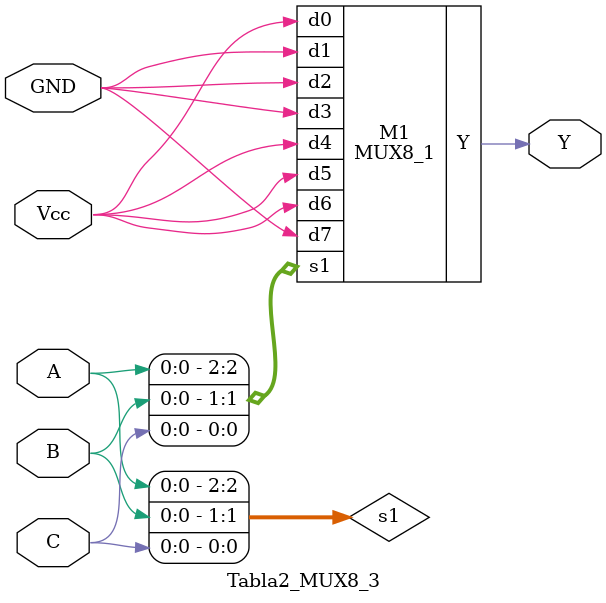
<source format=v>

module MUX2_1(input wire s, d0, d1, output wire Y);
    assign Y = s ? d1 : d0;
endmodule


module MUX4_1(input wire d0, d1, d2, d3, input wire[1:0]s1, output wire Y);
  wire Y1, Y2;

  MUX2_1 M1(s1[0], d0, d1, Y1);
  MUX2_1 M2(s1[0], d2, d3, Y2);
  MUX2_1 M3(s1[1], Y1, Y2, Y);
endmodule


module MUX8_1(input wire d0, d1, d2, d3, d4, d5, d6, d7, input wire [2:0]s1, output wire Y);
  wire Y1, Y2;

  MUX4_1 M1(d0, d1, d2, d3, s1[1:0], Y1);
  MUX4_1 M2(d4, d5, d6, d7, s1[1:0], Y2);
  MUX2_1 M3(s1[2], Y1, Y2, Y);
endmodule


module Tabla1_MUX2_1(input wire A, B, C, output wire Y);
  assign Y1 = (B ^ C);
  assign Y2 = ~(B ^ C);
  MUX2_1 M1(A, Y1, Y2, Y);
endmodule


module Tabla1_MUX4_2(input wire A, B, C, output wire Y);
  wire Y1;
  wire [1:0]s1;
  assign Y1 = ~C;
  assign s1[0] = B;
  assign s1[1] = A;
  MUX4_1 M1(C, ~C, ~C, C, s1[1:0], Y);
endmodule


module Tabla1_MUX8_3(input wire A, B, C, Vcc, GND, output wire Y);
  wire [2:0]s1;
  assign s1[0] = C;
  assign s1[1] = B;
  assign s1[2] = A;
  MUX8_1 m1(GND, Vcc, Vcc, GND, Vcc, GND, GND, Vcc, s1[2:0], Y);
endmodule


module Tabla2_MUX2_1(input wire A, B, C, output wire Y);
  assign Y1 = (B ~| C);
  assign Y2 = ~(B & C);
  MUX2_1 M1(A, Y1, Y2, Y);
endmodule


module Tabla2_MUX4_2(input wire A, B, C, Vcc, GND, output wire Y);
  wire [1:0]s1;
  assign s1[0] = B;
  assign s1[1] = A;
  MUX4_1 M1(~C, GND, Vcc, ~C, s1[1:0], Y);
endmodule


module Tabla2_MUX8_3(input wire A, B, C, Vcc, GND, output wire Y);
  wire[2:0]s1;
  assign s1[0] = C;
  assign s1[1] = B;
  assign s1[2] = A;
  MUX8_1 M1(Vcc, GND, GND, GND, Vcc, Vcc, Vcc, GND, s1[2:0], Y);
endmodule

</source>
